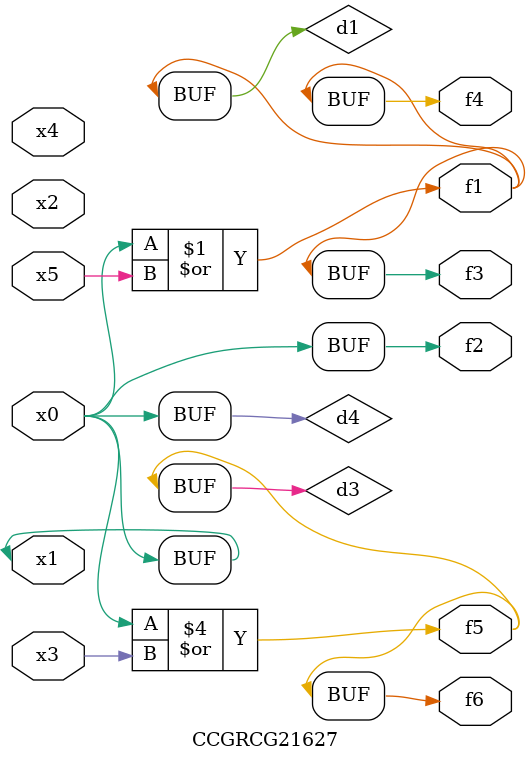
<source format=v>
module CCGRCG21627(
	input x0, x1, x2, x3, x4, x5,
	output f1, f2, f3, f4, f5, f6
);

	wire d1, d2, d3, d4;

	or (d1, x0, x5);
	xnor (d2, x1, x4);
	or (d3, x0, x3);
	buf (d4, x0, x1);
	assign f1 = d1;
	assign f2 = d4;
	assign f3 = d1;
	assign f4 = d1;
	assign f5 = d3;
	assign f6 = d3;
endmodule

</source>
